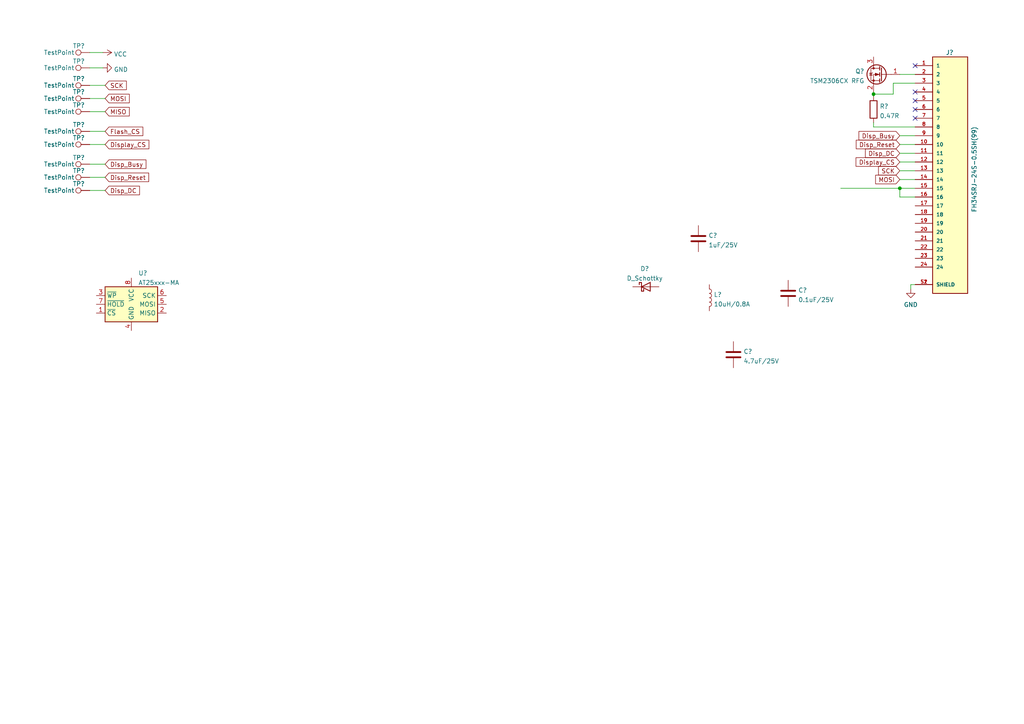
<source format=kicad_sch>
(kicad_sch (version 20211123) (generator eeschema)
  (paper "A4")
  (lib_symbols
    (symbol "Connector:TestPoint" (pin_numbers hide) (pin_names (offset 0.762) hide)
      (property "Reference" "TP" (at 0 6.858 0))
      (property "Value" "TestPoint" (at 0 5.08 0))
      (symbol "TestPoint_0_1"
        (circle (center 0 3.302) (radius 0.762))
      )
      (symbol "TestPoint_1_1"
        (pin passive line (at 0 0 90) (length 2.54) (name "1") (number "1"))
      )
    )
    (symbol "Device:C" (pin_numbers hide) (pin_names (offset 0.254))
      (property "Reference" "C" (at 0.635 2.54 0))
      (property "Value" "C" (at 0.635 -2.54 0))
      (symbol "C_0_1"
        (polyline (pts (xy -2.032 -0.762) (xy 2.032 -0.762)) (stroke (width 0.508)))
        (polyline (pts (xy -2.032 0.762) (xy 2.032 0.762)) (stroke (width 0.508)))
      )
      (symbol "C_1_1"
        (pin passive line (at 0 3.81 270) (length 2.794) (name "~") (number "1"))
        (pin passive line (at 0 -3.81 90) (length 2.794) (name "~") (number "2"))
      )
    )
    (symbol "Device:D_Schottky" (pin_numbers hide) (pin_names (offset 1.016) hide)
      (property "Reference" "D" (at 0 2.54 0))
      (property "Value" "D_Schottky" (at 0 -2.54 0))
      (symbol "D_Schottky_0_1"
        (polyline (pts (xy 1.27 0) (xy -1.27 0)))
        (polyline (pts (xy 1.27 1.27) (xy 1.27 -1.27) (xy -1.27 0) (xy 1.27 1.27)) (stroke (width 0.254)))
        (polyline (pts (xy -1.905 0.635) (xy -1.905 1.27) (xy -1.27 1.27) (xy -1.27 -1.27) (xy -0.635 -1.27) (xy -0.635 -0.635)) (stroke (width 0.254)))
      )
      (symbol "D_Schottky_1_1"
        (pin passive line (at -3.81 0 0) (length 2.54) (name "K") (number "1"))
        (pin passive line (at 3.81 0 180) (length 2.54) (name "A") (number "2"))
      )
    )
    (symbol "Device:L" (pin_numbers hide) (pin_names (offset 1.016) hide)
      (property "Reference" "L" (at -1.27 0 90))
      (property "Value" "L" (at 1.905 0 90))
      (symbol "L_0_1"
        (arc (start 0 -2.54) (mid 0.635 -1.905) (end 0 -1.27))
        (arc (start 0 -1.27) (mid 0.635 -0.635) (end 0 0))
        (arc (start 0 0) (mid 0.635 0.635) (end 0 1.27))
        (arc (start 0 1.27) (mid 0.635 1.905) (end 0 2.54))
      )
      (symbol "L_1_1"
        (pin passive line (at 0 3.81 270) (length 1.27) (name "1") (number "1"))
        (pin passive line (at 0 -3.81 90) (length 1.27) (name "2") (number "2"))
      )
    )
    (symbol "Device:Q_NMOS_GSD" (pin_names (offset 0) hide)
      (property "Reference" "Q" (at 5.08 1.27 0))
      (property "Value" "Q_NMOS_GSD" (at 5.08 -1.27 0))
      (symbol "Q_NMOS_GSD_0_1"
        (polyline (pts (xy 0.254 0) (xy -2.54 0)))
        (polyline (pts (xy 0.254 1.905) (xy 0.254 -1.905)) (stroke (width 0.254)))
        (polyline (pts (xy 0.762 -1.27) (xy 0.762 -2.286)) (stroke (width 0.254)))
        (polyline (pts (xy 0.762 0.508) (xy 0.762 -0.508)) (stroke (width 0.254)))
        (polyline (pts (xy 0.762 2.286) (xy 0.762 1.27)) (stroke (width 0.254)))
        (polyline (pts (xy 2.54 2.54) (xy 2.54 1.778)))
        (polyline (pts (xy 2.54 -2.54) (xy 2.54 0) (xy 0.762 0)))
        (polyline (pts (xy 0.762 -1.778) (xy 3.302 -1.778) (xy 3.302 1.778) (xy 0.762 1.778)))
        (polyline (pts (xy 1.016 0) (xy 2.032 0.381) (xy 2.032 -0.381) (xy 1.016 0)) (fill (type outline)))
        (polyline (pts (xy 2.794 0.508) (xy 2.921 0.381) (xy 3.683 0.381) (xy 3.81 0.254)))
        (polyline (pts (xy 3.302 0.381) (xy 2.921 -0.254) (xy 3.683 -0.254) (xy 3.302 0.381)))
        (circle (center 1.651 0) (radius 2.794) (stroke (width 0.254)))
        (circle (center 2.54 -1.778) (radius 0.254) (fill (type outline)))
        (circle (center 2.54 1.778) (radius 0.254) (fill (type outline)))
      )
      (symbol "Q_NMOS_GSD_1_1"
        (pin input line (at -5.08 0 0) (length 2.54) (name "G") (number "1"))
        (pin passive line (at 2.54 -5.08 90) (length 2.54) (name "S") (number "2"))
        (pin passive line (at 2.54 5.08 270) (length 2.54) (name "D") (number "3"))
      )
    )
    (symbol "Device:R" (pin_numbers hide) (pin_names (offset 0))
      (property "Reference" "R" (at 2.032 0 90))
      (property "Value" "R" (at 0 0 90))
      (symbol "R_0_1"
        (rectangle (start -1.016 -2.54) (end 1.016 2.54) (stroke (width 0.254)))
      )
      (symbol "R_1_1"
        (pin passive line (at 0 3.81 270) (length 1.27) (name "~") (number "1"))
        (pin passive line (at 0 -3.81 90) (length 1.27) (name "~") (number "2"))
      )
    )
    (symbol "FH34SRJ-24S-0.5SH_99_:FH34SRJ-24S-0.5SH(99)" (pin_names (offset 1.016))
      (property "Reference" "J" (at -5.08 33.528 0))
      (property "Value" "FH34SRJ-24S-0.5SH(99)" (at -5.08 -38.1 0))
      (symbol "FH34SRJ-24S-0.5SH(99)_0_0"
        (rectangle (start -5.08 -35.56) (end 5.08 33.02) (stroke (width 0.254)) (fill (type background)))
        (pin passive line (at -10.16 30.48 0) (length 5.08) (name "1") (number "1"))
        (pin passive line (at -10.16 7.62 0) (length 5.08) (name "10") (number "10"))
        (pin passive line (at -10.16 5.08 0) (length 5.08) (name "11") (number "11"))
        (pin passive line (at -10.16 2.54 0) (length 5.08) (name "12") (number "12"))
        (pin passive line (at -10.16 0 0) (length 5.08) (name "13") (number "13"))
        (pin passive line (at -10.16 -2.54 0) (length 5.08) (name "14") (number "14"))
        (pin passive line (at -10.16 -5.08 0) (length 5.08) (name "15") (number "15"))
        (pin passive line (at -10.16 -7.62 0) (length 5.08) (name "16") (number "16"))
        (pin passive line (at -10.16 -10.16 0) (length 5.08) (name "17") (number "17"))
        (pin passive line (at -10.16 -12.7 0) (length 5.08) (name "18") (number "18"))
        (pin passive line (at -10.16 -15.24 0) (length 5.08) (name "19") (number "19"))
        (pin passive line (at -10.16 27.94 0) (length 5.08) (name "2") (number "2"))
        (pin passive line (at -10.16 -17.78 0) (length 5.08) (name "20") (number "20"))
        (pin passive line (at -10.16 -20.32 0) (length 5.08) (name "21") (number "21"))
        (pin passive line (at -10.16 -22.86 0) (length 5.08) (name "22") (number "22"))
        (pin passive line (at -10.16 -25.4 0) (length 5.08) (name "23") (number "23"))
        (pin passive line (at -10.16 -27.94 0) (length 5.08) (name "24") (number "24"))
        (pin passive line (at -10.16 25.4 0) (length 5.08) (name "3") (number "3"))
        (pin passive line (at -10.16 22.86 0) (length 5.08) (name "4") (number "4"))
        (pin passive line (at -10.16 20.32 0) (length 5.08) (name "5") (number "5"))
        (pin passive line (at -10.16 17.78 0) (length 5.08) (name "6") (number "6"))
        (pin passive line (at -10.16 15.24 0) (length 5.08) (name "7") (number "7"))
        (pin passive line (at -10.16 12.7 0) (length 5.08) (name "8") (number "8"))
        (pin passive line (at -10.16 10.16 0) (length 5.08) (name "9") (number "9"))
        (pin passive line (at -10.16 -33.02 0) (length 5.08) (name "SHIELD") (number "S1"))
        (pin passive line (at -10.16 -33.02 0) (length 5.08) (name "SHIELD") (number "S2"))
      )
    )
    (symbol "Memory_EEPROM:AT25xxx-MA"
      (property "Reference" "U" (at -7.62 6.35 0))
      (property "Value" "AT25xxx-MA" (at 2.54 -6.35 0))
      (symbol "AT25xxx-MA_1_1"
        (rectangle (start -7.62 5.08) (end 7.62 -5.08) (stroke (width 0.254)) (fill (type background)))
        (pin input line (at -10.16 -2.54 0) (length 2.54) (name "~{CS}") (number "1"))
        (pin tri_state line (at 10.16 -2.54 180) (length 2.54) (name "MISO") (number "2"))
        (pin input line (at -10.16 2.54 0) (length 2.54) (name "~{WP}") (number "3"))
        (pin power_in line (at 0 -7.62 90) (length 2.54) (name "GND") (number "4"))
        (pin input line (at 10.16 0 180) (length 2.54) (name "MOSI") (number "5"))
        (pin input line (at 10.16 2.54 180) (length 2.54) (name "SCK") (number "6"))
        (pin input line (at -10.16 0 0) (length 2.54) (name "~{HOLD}") (number "7"))
        (pin power_in line (at 0 7.62 270) (length 2.54) (name "VCC") (number "8"))
        (pin passive line (at 0 -7.62 90) (length 2.54) hide (name "GND") (number "9"))
      )
    )
    (symbol "power:GND" (power) (pin_names (offset 0))
      (property "Value" "GND" (at 0 -3.81 0))
      (symbol "GND_0_1"
        (polyline (pts (xy 0 0) (xy 0 -1.27) (xy 1.27 -1.27) (xy 0 -2.54) (xy -1.27 -1.27) (xy 0 -1.27)))
      )
      (symbol "GND_1_1"
        (pin power_in line (at 0 0 270) (length 0) hide (name "GND") (number "1"))
      )
    )
    (symbol "power:VCC" (power) (pin_names (offset 0))
      (property "Value" "VCC" (at 0 3.81 0))
      (symbol "VCC_0_1"
        (polyline (pts (xy -0.762 1.27) (xy 0 2.54)))
        (polyline (pts (xy 0 0) (xy 0 2.54)))
        (polyline (pts (xy 0 2.54) (xy 0.762 1.27)))
      )
      (symbol "VCC_1_1"
        (pin power_in line (at 0 0 90) (length 0) hide (name "VCC") (number "1"))
      )
    )
  )
  (junction (at 253.365 27.305))
  (junction (at 260.985 54.61))
  (no_connect (at 265.43 34.29))
  (no_connect (at 265.43 19.05))
  (no_connect (at 265.43 26.67))
  (no_connect (at 265.43 29.21))
  (no_connect (at 265.43 31.75))
  (wire (pts (xy 253.365 26.67) (xy 253.365 27.305)))
  (wire (pts (xy 253.365 36.83) (xy 253.365 35.56)))
  (wire (pts (xy 26.035 55.245) (xy 30.48 55.245)))
  (wire (pts (xy 260.985 52.07) (xy 265.43 52.07)))
  (wire (pts (xy 26.035 15.24) (xy 29.845 15.24)))
  (wire (pts (xy 26.035 51.435) (xy 30.48 51.435)))
  (wire (pts (xy 253.365 27.305) (xy 259.08 27.305)))
  (wire (pts (xy 253.365 27.305) (xy 253.365 27.94)))
  (wire (pts (xy 260.985 44.45) (xy 265.43 44.45)))
  (wire (pts (xy 260.985 41.91) (xy 265.43 41.91)))
  (wire (pts (xy 265.43 54.61) (xy 260.985 54.61)))
  (wire (pts (xy 264.16 82.55) (xy 264.16 83.82)))
  (wire (pts (xy 265.43 82.55) (xy 264.16 82.55)))
  (wire (pts (xy 26.035 28.575) (xy 30.48 28.575)))
  (wire (pts (xy 260.985 21.59) (xy 265.43 21.59)))
  (wire (pts (xy 26.035 47.625) (xy 30.48 47.625)))
  (wire (pts (xy 26.035 19.685) (xy 29.845 19.685)))
  (wire (pts (xy 243.84 54.61) (xy 260.985 54.61)))
  (wire (pts (xy 26.035 41.91) (xy 30.48 41.91)))
  (wire (pts (xy 26.035 24.765) (xy 30.48 24.765)))
  (wire (pts (xy 260.985 49.53) (xy 265.43 49.53)))
  (wire (pts (xy 265.43 36.83) (xy 253.365 36.83)))
  (wire (pts (xy 260.985 54.61) (xy 260.985 57.15)))
  (wire (pts (xy 260.985 46.99) (xy 265.43 46.99)))
  (wire (pts (xy 260.985 57.15) (xy 265.43 57.15)))
  (wire (pts (xy 265.43 24.13) (xy 259.08 24.13)))
  (wire (pts (xy 259.08 24.13) (xy 259.08 27.305)))
  (wire (pts (xy 26.035 32.385) (xy 30.48 32.385)))
  (wire (pts (xy 260.985 39.37) (xy 265.43 39.37)))
  (wire (pts (xy 26.035 38.1) (xy 30.48 38.1)))
  (global_label "MOSI" (shape input) (at 260.985 52.07 180) (property "Intersheet References" "${INTERSHEET_REFS}" (effects hide)))
  (global_label "MOSI" (shape input) (at 30.48 28.575 0) (property "Intersheet References" "${INTERSHEET_REFS}" (effects hide)))
  (global_label "SCK" (shape input) (at 30.48 24.765 0) (property "Intersheet References" "${INTERSHEET_REFS}" (effects hide)))
  (global_label "Disp_DC" (shape input) (at 260.985 44.45 180) (property "Intersheet References" "${INTERSHEET_REFS}" (effects hide)))
  (global_label "Display_CS" (shape input) (at 260.985 46.99 180) (property "Intersheet References" "${INTERSHEET_REFS}" (effects hide)))
  (global_label "Display_CS" (shape input) (at 30.48 41.91 0) (property "Intersheet References" "${INTERSHEET_REFS}" (effects hide)))
  (global_label "Disp_Reset" (shape input) (at 30.48 51.435 0) (property "Intersheet References" "${INTERSHEET_REFS}" (effects hide)))
  (global_label "MISO" (shape input) (at 30.48 32.385 0) (property "Intersheet References" "${INTERSHEET_REFS}" (effects hide)))
  (global_label "Disp_Busy" (shape input) (at 30.48 47.625 0) (property "Intersheet References" "${INTERSHEET_REFS}" (effects hide)))
  (global_label "Flash_CS" (shape input) (at 30.48 38.1 0) (property "Intersheet References" "${INTERSHEET_REFS}" (effects hide)))
  (global_label "SCK" (shape input) (at 260.985 49.53 180) (property "Intersheet References" "${INTERSHEET_REFS}" (effects hide)))
  (global_label "Disp_Busy" (shape input) (at 260.985 39.37 180) (property "Intersheet References" "${INTERSHEET_REFS}" (effects hide)))
  (global_label "Disp_DC" (shape input) (at 30.48 55.245 0) (property "Intersheet References" "${INTERSHEET_REFS}" (effects hide)))
  (global_label "Disp_Reset" (shape input) (at 260.985 41.91 180) (property "Intersheet References" "${INTERSHEET_REFS}" (effects hide)))
  (symbol (lib_id "Memory_EEPROM:AT25xxx-MA") (at 38.1 88.265 0) (unit 1)
    (property "Reference" "U?" (at 40.1194 79.2185 0) (effects (justify left)))
    (property "Value" "AT25xxx-MA" (at 40.1194 81.9936 0) (effects (justify left)))
    (property "Footprint" "Package_DFN_QFN:DFN-8-1EP_3x2mm_P0.5mm_EP1.75x1.45mm" (effects hide))
    (property "Datasheet" "http://ww1.microchip.com/downloads/en/DeviceDoc/Atmel-8707-SEEPROM-AT25010B-020B-040B-Datasheet.pdf" (effects hide))
    (property "Supplier PN" "AT25020B-MAHL-TCT-ND" (effects hide))
  )
  (symbol (lib_id "Connector:TestPoint") (at 26.035 41.91 90) (unit 1)
    (property "Reference" "TP?" (at 22.86 40.005 90))
    (property "Value" "TestPoint" (at 17.145 41.91 90))
  )
  (symbol (lib_id "power:GND") (at 264.16 83.82 0) (unit 1)
    (property "Reference" "#PWR?" (effects hide))
    (property "Value" "GND" (at 264.16 88.3825 0))
  )
  (symbol (lib_id "Device:C") (at 228.6 85.09 0) (unit 1)
    (property "Reference" "C?" (at 231.521 84.1815 0) (effects (justify left)))
    (property "Value" "0.1uF/25V" (at 231.521 86.9566 0) (effects (justify left)))
    (property "Datasheet" "https://www.samsungsem.com/resources/file/global/support/product_catalog/MLCC.pdf" (effects hide))
    (property "Supplier PN" "1276-CL10B104KB8NNNLCT-ND" (effects hide))
  )
  (symbol (lib_id "Device:R") (at 253.365 31.75 0) (unit 1)
    (property "Reference" "R?" (at 255.143 30.8415 0) (effects (justify left)))
    (property "Value" "0.47R" (at 255.143 33.6166 0) (effects (justify left)))
    (property "Datasheet" "73L2R47JCT-ND" (effects hide))
    (property "Supplier PN" "73L2R47JCT-ND" (effects hide))
  )
  (symbol (lib_id "Connector:TestPoint") (at 26.035 28.575 90) (unit 1)
    (property "Reference" "TP?" (at 22.86 26.67 90))
    (property "Value" "TestPoint" (at 17.145 28.575 90))
  )
  (symbol (lib_id "power:GND") (at 29.845 19.685 90) (unit 1)
    (property "Reference" "#PWR?" (effects hide))
    (property "Value" "GND" (at 33.02 20.164 90) (effects (justify right)))
  )
  (symbol (lib_id "Device:C") (at 202.565 69.215 0) (unit 1)
    (property "Reference" "C?" (at 205.486 68.3065 0) (effects (justify left)))
    (property "Value" "1uF/25V" (at 205.486 71.0816 0) (effects (justify left)))
    (property "Datasheet" "http://www.samsungsem.com/kr/support/product-search/mlcc/CL10A105KA8NNNC.jsp" (effects hide))
    (property "Supplier PN" "1276-1102-1-ND" (effects hide))
  )
  (symbol (lib_id "Connector:TestPoint") (at 26.035 32.385 90) (unit 1)
    (property "Reference" "TP?" (at 22.86 30.48 90))
    (property "Value" "TestPoint" (at 17.145 32.385 90))
  )
  (symbol (lib_id "power:VCC") (at 29.845 15.24 270) (unit 1)
    (property "Reference" "#PWR?" (effects hide))
    (property "Value" "VCC" (at 33.02 15.719 90) (effects (justify left)))
  )
  (symbol (lib_id "Connector:TestPoint") (at 26.035 38.1 90) (unit 1)
    (property "Reference" "TP?" (at 22.86 36.195 90))
    (property "Value" "TestPoint" (at 17.145 38.1 90))
  )
  (symbol (lib_id "Device:C") (at 212.725 102.87 0) (unit 1)
    (property "Reference" "C?" (at 215.646 101.9615 0) (effects (justify left)))
    (property "Value" "4.7uF/25V" (at 215.646 104.7366 0) (effects (justify left)))
    (property "Datasheet" "https://www.murata.com/-/media/webrenewal/support/library/catalog/products/capacitor/ceramiccapacitor/c02e.ashx?la=en-us&cvid=20210120024548000000" (effects hide))
    (property "Supplier PN" "490-7203-1-ND" (effects hide))
  )
  (symbol (lib_id "Device:D_Schottky") (at 187.325 83.185 0) (unit 1)
    (property "Reference" "D?" (at 187.0075 77.9485 0))
    (property "Value" "D_Schottky" (at 187.0075 80.7236 0))
    (property "Datasheet" "https://www.panjit.com.tw/en/Product/downloadPDF/SS2040FL" (effects hide))
    (property "Supplier PN" "3757-SS2040FL_R1_00001CT-ND" (effects hide))
  )
  (symbol (lib_id "Device:Q_NMOS_GSD") (at 255.905 21.59 0) (mirror y) (unit 1)
    (property "Reference" "Q?" (at 250.6981 20.6815 0) (effects (justify left)))
    (property "Value" "TSM2306CX RFG" (at 250.6981 23.4566 0) (effects (justify left)))
    (property "Datasheet" "https://www.taiwansemi.com/assets/uploads/datasheet/TSM2306_B15.pdf" (effects hide))
    (property "Supplier PN" "1801-TSM2306CXRFGCT-ND" (effects hide))
  )
  (symbol (lib_id "Connector:TestPoint") (at 26.035 47.625 90) (unit 1)
    (property "Reference" "TP?" (at 22.86 45.72 90))
    (property "Value" "TestPoint" (at 17.145 47.625 90))
  )
  (symbol (lib_id "Connector:TestPoint") (at 26.035 51.435 90) (unit 1)
    (property "Reference" "TP?" (at 22.86 49.53 90))
    (property "Value" "TestPoint" (at 17.145 51.435 90))
  )
  (symbol (lib_id "FH34SRJ-24S-0.5SH_99_:FH34SRJ-24S-0.5SH(99)") (at 275.59 49.53 0) (unit 1)
    (property "Reference" "J?" (at 274.32 15.24 0) (effects (justify left)))
    (property "Value" "FH34SRJ-24S-0.5SH(99)" (at 282.575 61.595 90) (effects (justify left)))
    (property "Footprint" "HRS_FH34SRJ-24S-0.5SH(99)" (effects hide))
    (property "Datasheet" "https://www.hirose.com/product/document?clcode=CL0580-1251-5-99&productname=FH34SRJ-10S-0.5SH(99)&series=FH34SRJ&documenttype=Catalog&lang=en&documentid=D31646_en" (effects hide))
    (property "STANDARD" "Manufacturer Recommendations" (effects hide))
    (property "PARTREV" "NA" (effects hide))
    (property "MANUFACTURER" "HIROSE ELECTRIC" (effects hide))
    (property "MAXIMUM_PACKAGE_HEIGHT" "1.75mm" (effects hide))
    (property "Supplier PN" "H124725CT-ND" (effects hide))
  )
  (symbol (lib_id "Connector:TestPoint") (at 26.035 19.685 90) (unit 1)
    (property "Reference" "TP?" (at 22.86 17.78 90))
    (property "Value" "TestPoint" (at 17.145 19.685 90))
  )
  (symbol (lib_id "Connector:TestPoint") (at 26.035 15.24 90) (unit 1)
    (property "Reference" "TP?" (at 22.86 13.335 90))
    (property "Value" "TestPoint" (at 17.145 15.24 90))
  )
  (symbol (lib_id "Connector:TestPoint") (at 26.035 24.765 90) (unit 1)
    (property "Reference" "TP?" (at 22.86 22.86 90))
    (property "Value" "TestPoint" (at 17.145 24.765 90))
  )
  (symbol (lib_id "Device:L") (at 205.74 86.36 0) (unit 1)
    (property "Reference" "L?" (at 207.01 85.4515 0) (effects (justify left)))
    (property "Value" "10uH/0.8A" (at 207.01 88.2266 0) (effects (justify left)))
    (property "Datasheet" "https://product.tdk.com/system/files/dam/doc/product/inductor/inductor/smd/catalog/inductor_commercial_power_vls4012hbx-n_en.pdf" (effects hide))
    (property "Supplier PN" "445-VLS4012HBX-100M-NCT-ND" (effects hide))
  )
  (symbol (lib_id "Connector:TestPoint") (at 26.035 55.245 90) (unit 1)
    (property "Reference" "TP?" (at 22.86 53.34 90))
    (property "Value" "TestPoint" (at 17.145 55.245 90))
  )
)
</source>
